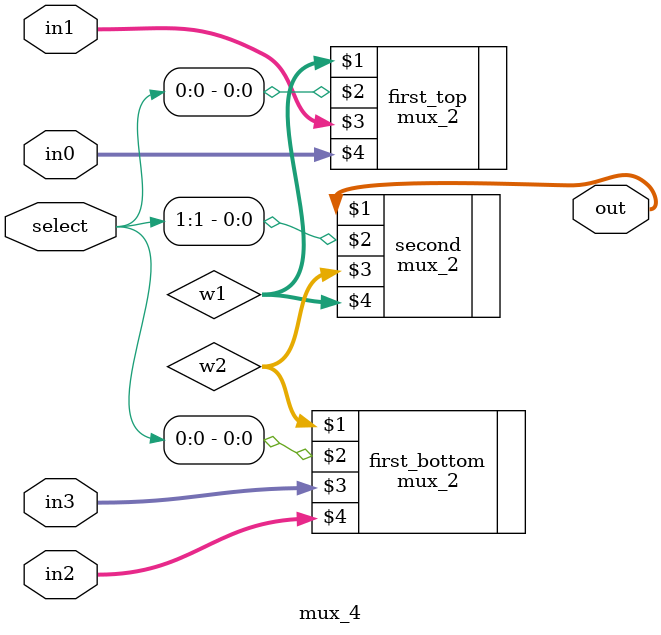
<source format=v>
module mux_4(out, select, in0, in1, in2, in3);
    input [1:0] select;
    input [31:0] in0, in1, in2, in3; 
    output [31:0] out; 
    wire [31:0] w1, w2;
    mux_2 first_top(w1, select[0], in1, in0); 
    mux_2 first_bottom(w2, select[0], in3, in2); 

    mux_2 second(out, select[1], w2, w1);
endmodule
</source>
